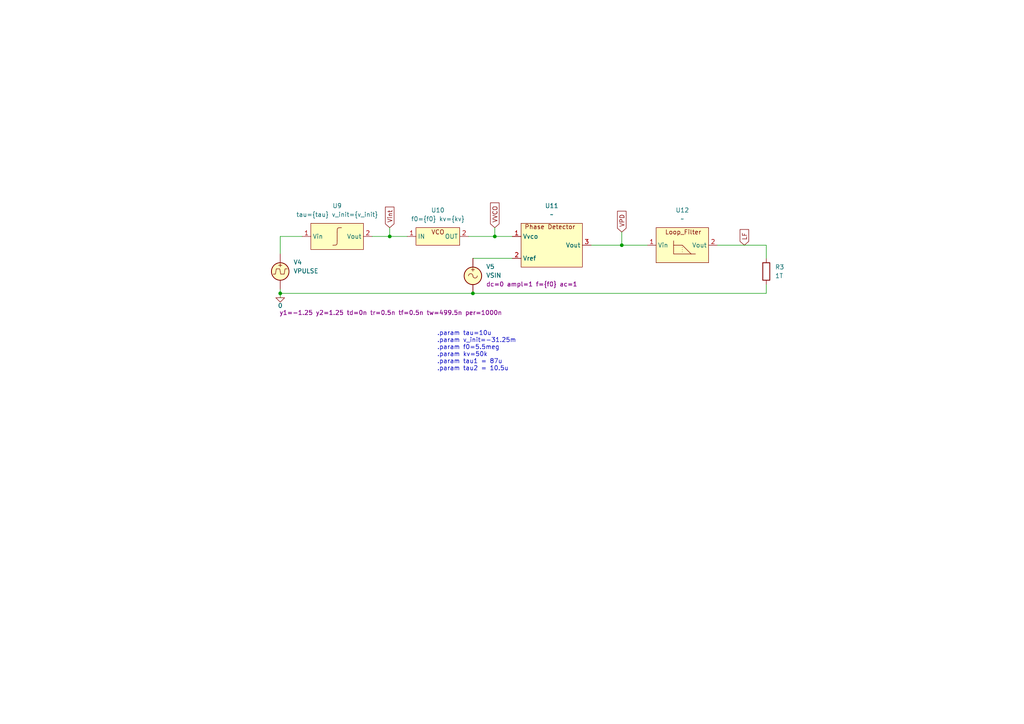
<source format=kicad_sch>
(kicad_sch (version 20250114) (generator "eeschema") (generator_version "9.0")
  (paper "A4")
  (lib_symbols
    (symbol "Device:R" (pin_numbers (hide yes)) (pin_names (offset 0))
      (property "Reference" "R" (at 2.032 0 90))
      (property "Value" "R" (at 0 0 90))
      (symbol "R_0_1"
        (rectangle (start -1.016 -2.54) (end 1.016 2.54) (stroke (width 0.254)))
      )
      (symbol "R_1_1"
        (pin passive line (at 0 3.81 270) (length 1.27) (name "~") (number "1"))
        (pin passive line (at 0 -3.81 90) (length 1.27) (name "~") (number "2"))
      )
    )
    (symbol "Simulation_SPICE:0" (power) (pin_numbers (hide yes)) (pin_names (offset 0) (hide yes))
      (property "Value" "0" (at 0 -2.54 0))
      (symbol "0_0_1"
        (polyline (pts (xy -1.27 0) (xy 0 -1.27) (xy 1.27 0) (xy -1.27 0)))
      )
      (symbol "0_1_1"
        (pin power_in line (at 0 0 0) (length 0) (name "~") (number "1"))
      )
    )
    (symbol "Simulation_SPICE:VPULSE" (pin_numbers (hide yes)) (pin_names (offset 0.0254))
      (property "Reference" "V" (at 2.54 2.54 0))
      (property "Value" "VPULSE" (at 2.54 0 0))
      (property "Sim.Params" "y1=0 y2=1 td=2n tr=2n tf=2n tw=50n per=100n" (at 2.54 -2.54 0))
      (symbol "VPULSE_0_0"
        (polyline (pts (xy -2.032 -0.762) (xy -1.397 -0.762) (xy -1.143 0.762) (xy -0.127 0.762) (xy 0.127 -0.762) (xy 1.143 -0.762) (xy 1.397 0.762) (xy 2.032 0.762)))
        (text "+" (at 0 1.905 0) (effects (font (size 1.27 1.27))))
      )
      (symbol "VPULSE_0_1"
        (circle (center 0 0) (radius 2.54) (stroke (width 0.254)) (fill (type background)))
      )
      (symbol "VPULSE_1_1"
        (pin passive line (at 0 5.08 270) (length 2.54) (name "~") (number "1"))
        (pin passive line (at 0 -5.08 90) (length 2.54) (name "~") (number "2"))
      )
    )
    (symbol "Simulation_SPICE:VSIN" (pin_numbers (hide yes)) (pin_names (offset 0.0254))
      (property "Reference" "V" (at 2.54 2.54 0))
      (property "Value" "VSIN" (at 2.54 0 0))
      (property "Sim.Params" "dc=0 ampl=1 f=1k ac=1" (at 2.54 -2.54 0))
      (symbol "VSIN_0_0"
        (arc (start -1.27 0) (mid -0.635 0.6323) (end 0 0))
        (arc (start 1.27 0) (mid 0.635 -0.6323) (end 0 0))
        (text "+" (at 0 1.905 0) (effects (font (size 1.27 1.27))))
      )
      (symbol "VSIN_0_1"
        (circle (center 0 0) (radius 2.54) (stroke (width 0.254)) (fill (type background)))
      )
      (symbol "VSIN_1_1"
        (pin passive line (at 0 5.08 270) (length 2.54) (name "~") (number "1"))
        (pin passive line (at 0 -5.08 90) (length 2.54) (name "~") (number "2"))
      )
    )
    (symbol "symbol:Loop_Filter"
      (property "Reference" "U" (at 0 0 0))
      (symbol "Loop_Filter_0_1"
        (rectangle (start -7.62 -1.27) (end 7.62 -11.43) (fill (type background)))
        (polyline (pts (xy -2.54 -6.35) (xy 0 -6.35) (xy 2.54 -8.89)))
      )
      (symbol "Loop_Filter_1_1"
        (polyline (pts (xy -2.54 -5.08) (xy -2.54 -8.89) (xy 3.81 -8.89)))
        (polyline (pts (xy 0 -6.35) (xy 0 -8.89)) (stroke (width 0) (type dot)))
        (text "Loop_Filter" (at 0.254 -2.54 0) (effects (font (size 1.27 1.27))))
        (pin input line (at -10.16 -6.35 0) (length 2.54) (name "Vin") (number "1"))
        (pin output line (at 10.16 -6.35 180) (length 2.54) (name "Vout") (number "2"))
      )
    )
    (symbol "symbol:Phase_Detector"
      (property "Reference" "U" (at 0 0 0))
      (symbol "Phase_Detector_0_1"
        (rectangle (start -8.89 -1.27) (end 8.89 -13.97) (fill (type background)))
      )
      (symbol "Phase_Detector_1_1"
        (text "Phase Detector" (at -0.508 -2.286 0) (effects (font (size 1.27 1.27))))
        (pin input line (at -11.43 -5.08 0) (length 2.54) (name "Vvco") (number "1"))
        (pin input line (at -11.43 -11.43 0) (length 2.54) (name "Vref") (number "2"))
        (pin output line (at 11.43 -7.62 180) (length 2.54) (name "Vout") (number "3"))
      )
    )
    (symbol "symbol:VCO" (in_bom no) (on_board no)
      (property "Reference" "U" (at 0 0 0))
      (symbol "VCO_1_1"
        (rectangle (start -6.35 -1.27) (end 6.35 -6.35) (fill (type background)))
        (text "VCO" (at 0 -2.54 0) (effects (font (size 1.27 1.27))))
        (pin input line (at -8.89 -3.81 0) (length 2.54) (name "IN") (number "1"))
        (pin output line (at 8.89 -3.81 180) (length 2.54) (name "OUT") (number "2"))
      )
    )
    (symbol "symbol:integrator"
      (property "Reference" "U" (at 0 0 0))
      (symbol "integrator_1_1"
        (rectangle (start -7.62 -1.27) (end 7.62 -8.89) (fill (type background)))
        (bezier (pts (xy 0 -3.81) (xy 0 -2.54) (xy 0 -2.54) (xy 1.27 -2.54)))
        (bezier (pts (xy 0 -6.35) (xy 0 -7.62) (xy 0 -7.62) (xy -1.27 -7.62)))
        (bezier (pts (xy 0 -6.35) (xy 0 -3.81) (xy 0 -3.81) (xy 0 -3.81)))
        (bezier (pts (xy 0 -6.35) (xy 0 -6.35) (xy 0 -6.35) (xy 0 -6.35)))
        (pin input line (at -10.16 -5.08 0) (length 2.54) (name "Vin") (number "1"))
        (pin output line (at 10.16 -5.08 180) (length 2.54) (name "Vout") (number "2"))
      )
    )
  )
  (text ".param tau=10u\n.param v_init=-31.25m\n.param f0=5.5meg\n.param kv=50k\n.param tau1 = 87u\n.param tau2 = 10.5u" (at 126.746 101.854 0) (effects (font (size 1.27 1.27)) (justify left)))
  (junction (at 81.28 85.09))
  (junction (at 143.51 68.58))
  (junction (at 180.34 71.12))
  (junction (at 137.16 85.09))
  (junction (at 113.03 68.58))
  (wire (pts (xy 180.34 67.31) (xy 180.34 71.12)))
  (wire (pts (xy 113.03 68.58) (xy 107.95 68.58)))
  (wire (pts (xy 137.16 74.93) (xy 148.59 74.93)))
  (wire (pts (xy 137.16 85.09) (xy 222.25 85.09)))
  (wire (pts (xy 143.51 66.04) (xy 143.51 68.58)))
  (wire (pts (xy 135.89 68.58) (xy 143.51 68.58)))
  (wire (pts (xy 113.03 68.58) (xy 118.11 68.58)))
  (wire (pts (xy 222.25 71.12) (xy 222.25 74.93)))
  (wire (pts (xy 113.03 66.04) (xy 113.03 68.58)))
  (wire (pts (xy 81.28 73.66) (xy 81.28 68.58)))
  (wire (pts (xy 81.28 85.09) (xy 137.16 85.09)))
  (wire (pts (xy 222.25 85.09) (xy 222.25 82.55)))
  (wire (pts (xy 81.28 85.09) (xy 81.28 86.36)))
  (wire (pts (xy 180.34 71.12) (xy 187.749 71.12)))
  (wire (pts (xy 171.45 71.12) (xy 180.34 71.12)))
  (wire (pts (xy 143.51 68.58) (xy 148.59 68.58)))
  (wire (pts (xy 208.069 71.12) (xy 222.25 71.12)))
  (wire (pts (xy 81.28 83.82) (xy 81.28 85.09)))
  (wire (pts (xy 81.28 68.58) (xy 87.63 68.58)))
  (global_label "Vint" (shape input) (at 113.03 66.04 90) (property "Intersheetrefs" "${INTERSHEET_REFS}" (effects (hide yes))))
  (global_label "LF" (shape input) (at 215.9 71.12 90) (property "Intersheetrefs" "${INTERSHEET_REFS}" (effects (hide yes))))
  (global_label "VPD" (shape input) (at 180.34 67.31 90) (property "Intersheetrefs" "${INTERSHEET_REFS}" (effects (hide yes))))
  (global_label "VVCO" (shape input) (at 143.51 66.04 90) (property "Intersheetrefs" "${INTERSHEET_REFS}" (effects (hide yes))))
  (symbol (lib_id "symbol:VCO") (at 127 64.77 0) (unit 1) (in_bom no) (on_board no)
    (property "Reference" "U10" (at 127 60.96 0))
    (property "Value" "f0={f0} kv={kv}" (at 127 63.5 0))
    (property "Sim.Library" "integrator.lib" (effects (hide yes)))
    (property "Sim.Name" "VCO_BLOCK" (effects (hide yes)))
    (property "Sim.Device" "SUBCKT" (effects (hide yes)))
    (property "Sim.Pins" "1=Vphase 2=Vout" (effects (hide yes)))
    (property "Sim.Params" "f0={f0} kv={kv}" (effects (hide yes)))
  )
  (symbol (lib_id "Simulation_SPICE:0") (at 81.28 86.36 0) (unit 1)
    (property "Reference" "#GND04" (effects (hide yes)))
    (property "Value" "0" (at 81.28 88.646 0))
    (property "Datasheet" "https://ngspice.sourceforge.io/docs/ngspice-html-manual/manual.xhtml#subsec_Circuit_elements__device" (effects (hide yes)))
    (property "Description" "0V reference potential for simulation" (effects (hide yes)))
  )
  (symbol (lib_id "Device:R") (at 222.25 78.74 0) (unit 1)
    (property "Reference" "R3" (at 224.79 77.4699 0) (effects (justify left)))
    (property "Value" "1T" (at 224.79 80.0099 0) (effects (justify left)))
    (property "Description" "Resistor" (effects (hide yes)))
  )
  (symbol (lib_id "symbol:integrator") (at 97.79 63.5 0) (unit 1)
    (property "Reference" "U9" (at 97.79 59.69 0))
    (property "Value" "tau={tau} v_init={v_init}" (at 97.79 62.23 0))
    (property "Sim.Library" "integrator.lib" (effects (hide yes)))
    (property "Sim.Name" "INTEGRATOR_BLOCK" (effects (hide yes)))
    (property "Sim.Device" "SUBCKT" (effects (hide yes)))
    (property "Sim.Pins" "1=Vin 2=Vout" (effects (hide yes)))
    (property "Sim.Params" "tau={tau} v_init={v_init}" (effects (hide yes)))
  )
  (symbol (lib_id "Simulation_SPICE:VPULSE") (at 81.28 78.74 0) (unit 1)
    (property "Reference" "V4" (at 85.09 76.0701 0) (effects (justify left)))
    (property "Value" "VPULSE" (at 85.09 78.6101 0) (effects (justify left)))
    (property "Datasheet" "https://ngspice.sourceforge.io/docs/ngspice-html-manual/manual.xhtml#sec_Independent_Sources_for" (effects (hide yes)))
    (property "Description" "Voltage source, pulse" (effects (hide yes)))
    (property "Sim.Pins" "1=+ 2=-" (effects (hide yes)))
    (property "Sim.Type" "PULSE" (effects (hide yes)))
    (property "Sim.Device" "V" (effects (hide yes)))
    (property "Sim.Params" "y1=-1.25 y2=1.25 td=0n tr=0.5n tf=0.5n tw=499.5n per=1000n" (at 81.026 90.678 0) (effects (justify left)))
  )
  (symbol (lib_id "symbol:Loop_Filter") (at 197.909 64.77 0) (unit 1)
    (property "Reference" "U12" (at 197.909 60.96 0))
    (property "Value" "~" (at 197.909 63.5 0))
    (property "Sim.Library" "integrator.lib" (effects (hide yes)))
    (property "Sim.Name" "LOOP_FILTER_BLOCK" (effects (hide yes)))
    (property "Sim.Device" "SUBCKT" (effects (hide yes)))
    (property "Sim.Pins" "1=Vin 2=Vout" (effects (hide yes)))
    (property "Sim.Params" "tau1={tau1} tau2={tau2}" (effects (hide yes)))
  )
  (symbol (lib_id "symbol:Phase_Detector") (at 160.02 63.5 0) (unit 1)
    (property "Reference" "U11" (at 160.02 59.69 0))
    (property "Value" "~" (at 160.02 62.23 0))
    (property "Sim.Library" "integrator.lib" (effects (hide yes)))
    (property "Sim.Name" "PD_BLOCK" (effects (hide yes)))
    (property "Sim.Device" "SUBCKT" (effects (hide yes)))
    (property "Sim.Pins" "1=Vvco 2=Vref 3=Vout" (effects (hide yes)))
  )
  (symbol (lib_id "Simulation_SPICE:VSIN") (at 137.16 80.01 0) (unit 1)
    (property "Reference" "V5" (at 140.97 77.3401 0) (effects (justify left)))
    (property "Value" "VSIN" (at 140.97 79.8801 0) (effects (justify left)))
    (property "Datasheet" "https://ngspice.sourceforge.io/docs/ngspice-html-manual/manual.xhtml#sec_Independent_Sources_for" (effects (hide yes)))
    (property "Description" "Voltage source, sinusoidal" (effects (hide yes)))
    (property "Sim.Pins" "1=+ 2=-" (effects (hide yes)))
    (property "Sim.Params" "dc=0 ampl=1 f={f0} ac=1" (at 140.97 82.4201 0) (effects (justify left)))
    (property "Sim.Type" "SIN" (effects (hide yes)))
    (property "Sim.Device" "V" (effects (hide yes)))
  )
)
</source>
